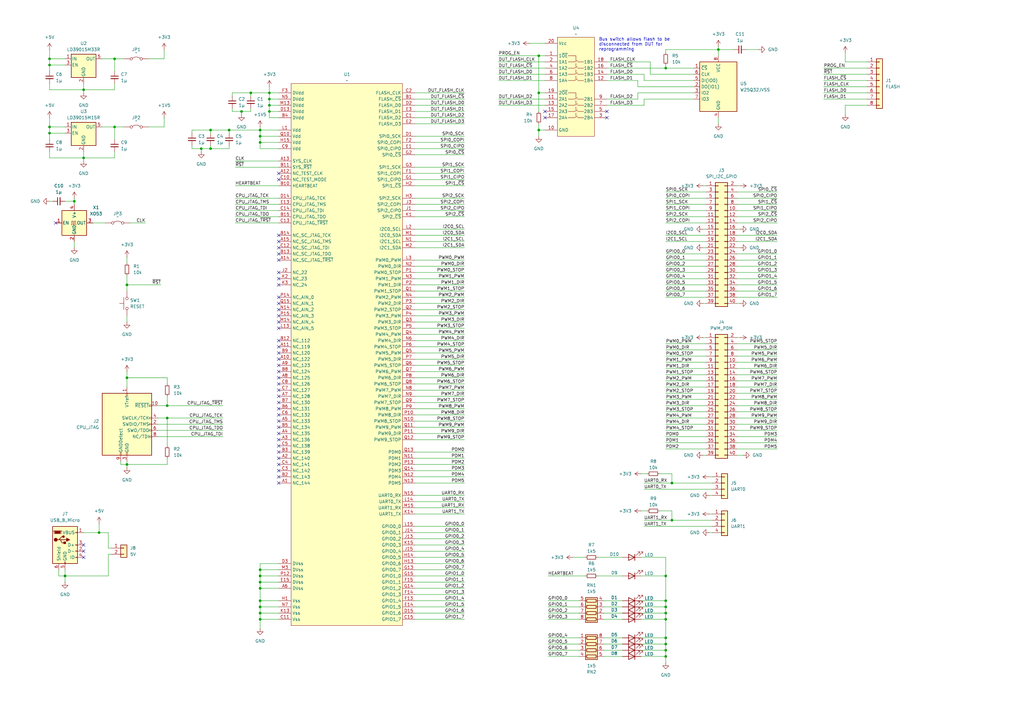
<source format=kicad_sch>
(kicad_sch (version 20231120) (generator "eeschema") (generator_version "8.0")
  (paper "A3")
  (junction (at 273.05 27.94))
  (junction (at 34.29 64.77))
  (junction (at 46.99 24.13))
  (junction (at 106.68 55.88))
  (junction (at 68.58 166.37))
  (junction (at 273.05 236.22))
  (junction (at 26.67 236.22))
  (junction (at 106.68 251.46))
  (junction (at 220.98 38.1))
  (junction (at 82.55 60.96))
  (junction (at 106.68 58.42))
  (junction (at 273.05 261.62))
  (junction (at 110.49 38.1))
  (junction (at 106.68 233.68))
  (junction (at 52.07 190.5))
  (junction (at 275.59 213.36))
  (junction (at 273.05 248.92))
  (junction (at 220.98 53.34))
  (junction (at 220.98 22.86))
  (junction (at 273.05 264.16))
  (junction (at 93.98 53.34))
  (junction (at 273.05 246.38))
  (junction (at 275.59 198.12))
  (junction (at 20.32 52.07))
  (junction (at 34.29 36.83))
  (junction (at 86.36 53.34))
  (junction (at 273.05 269.24))
  (junction (at 294.64 20.32))
  (junction (at 106.68 238.76))
  (junction (at 273.05 266.7))
  (junction (at 46.99 52.07))
  (junction (at 68.58 171.45))
  (junction (at 273.05 251.46))
  (junction (at 99.06 45.72))
  (junction (at 106.68 53.34))
  (junction (at 106.68 236.22))
  (junction (at 110.49 43.18))
  (junction (at 86.36 60.96))
  (junction (at 20.32 24.13))
  (junction (at 52.07 154.94))
  (junction (at 273.05 254))
  (junction (at 106.68 248.92))
  (junction (at 110.49 45.72))
  (junction (at 106.68 254))
  (junction (at 30.48 82.55))
  (junction (at 40.64 218.44))
  (junction (at 20.32 54.61))
  (junction (at 110.49 40.64))
  (junction (at 20.32 26.67))
  (junction (at 106.68 241.3))
  (junction (at 106.68 246.38))
  (junction (at 52.07 116.84))
  (junction (at 102.87 38.1))
  (no_connect (at 114.3 160.02))
  (no_connect (at 114.3 180.34))
  (no_connect (at 114.3 187.96))
  (no_connect (at 114.3 134.62))
  (no_connect (at 114.3 172.72))
  (no_connect (at 114.3 73.66))
  (no_connect (at 114.3 175.26))
  (no_connect (at 114.3 162.56))
  (no_connect (at 223.52 45.72))
  (no_connect (at 114.3 177.8))
  (no_connect (at 22.86 91.44))
  (no_connect (at 114.3 106.68))
  (no_connect (at 114.3 129.54))
  (no_connect (at 34.29 223.52))
  (no_connect (at 114.3 170.18))
  (no_connect (at 114.3 157.48))
  (no_connect (at 114.3 71.12))
  (no_connect (at 114.3 193.04))
  (no_connect (at 114.3 132.08))
  (no_connect (at 114.3 114.3))
  (no_connect (at 34.29 228.6))
  (no_connect (at 114.3 190.5))
  (no_connect (at 114.3 99.06))
  (no_connect (at 114.3 96.52))
  (no_connect (at 114.3 165.1))
  (no_connect (at 114.3 144.78))
  (no_connect (at 114.3 185.42))
  (no_connect (at 114.3 142.24))
  (no_connect (at 114.3 182.88))
  (no_connect (at 114.3 195.58))
  (no_connect (at 114.3 124.46))
  (no_connect (at 114.3 116.84))
  (no_connect (at 114.3 101.6))
  (no_connect (at 114.3 147.32))
  (no_connect (at 114.3 152.4))
  (no_connect (at 114.3 149.86))
  (no_connect (at 114.3 121.92))
  (no_connect (at 114.3 127))
  (no_connect (at 248.92 48.26))
  (no_connect (at 114.3 139.7))
  (no_connect (at 114.3 154.94))
  (no_connect (at 114.3 198.12))
  (no_connect (at 248.92 45.72))
  (no_connect (at 223.52 48.26))
  (no_connect (at 114.3 167.64))
  (no_connect (at 114.3 104.14))
  (no_connect (at 114.3 111.76))
  (no_connect (at 34.29 226.06))
  (wire (pts (xy 78.74 53.34) (xy 78.74 54.61)))
  (wire (pts (xy 302.26 161.29) (xy 318.77 161.29)))
  (wire (pts (xy 106.68 238.76) (xy 106.68 236.22)))
  (wire (pts (xy 224.79 266.7) (xy 237.49 266.7)))
  (wire (pts (xy 170.18 93.98) (xy 190.5 93.98)))
  (wire (pts (xy 96.52 68.58) (xy 114.3 68.58)))
  (wire (pts (xy 68.58 162.56) (xy 68.58 166.37)))
  (wire (pts (xy 20.32 48.26) (xy 20.32 52.07)))
  (wire (pts (xy 106.68 55.88) (xy 106.68 53.34)))
  (wire (pts (xy 273.05 161.29) (xy 289.56 161.29)))
  (wire (pts (xy 270.51 194.31) (xy 275.59 194.31)))
  (wire (pts (xy 24.13 236.22) (xy 24.13 233.68)))
  (wire (pts (xy 67.31 20.32) (xy 67.31 24.13)))
  (wire (pts (xy 170.18 160.02) (xy 190.5 160.02)))
  (wire (pts (xy 170.18 175.26) (xy 190.5 175.26)))
  (wire (pts (xy 93.98 53.34) (xy 106.68 53.34)))
  (wire (pts (xy 170.18 162.56) (xy 190.5 162.56)))
  (wire (pts (xy 262.89 254) (xy 273.05 254)))
  (wire (pts (xy 204.47 25.4) (xy 223.52 25.4)))
  (wire (pts (xy 262.89 209.55) (xy 265.43 209.55)))
  (wire (pts (xy 262.89 261.62) (xy 273.05 261.62)))
  (wire (pts (xy 170.18 99.06) (xy 190.5 99.06)))
  (wire (pts (xy 264.16 43.18) (xy 248.92 43.18)))
  (wire (pts (xy 96.52 88.9) (xy 114.3 88.9)))
  (wire (pts (xy 44.45 236.22) (xy 26.67 236.22)))
  (wire (pts (xy 247.65 254) (xy 255.27 254)))
  (wire (pts (xy 273.05 156.21) (xy 289.56 156.21)))
  (wire (pts (xy 290.83 218.44) (xy 292.1 218.44)))
  (wire (pts (xy 247.65 261.62) (xy 255.27 261.62)))
  (wire (pts (xy 110.49 40.64) (xy 110.49 38.1)))
  (wire (pts (xy 170.18 205.74) (xy 190.5 205.74)))
  (wire (pts (xy 337.82 27.94) (xy 355.6 27.94)))
  (wire (pts (xy 170.18 215.9) (xy 190.5 215.9)))
  (wire (pts (xy 204.47 33.02) (xy 223.52 33.02)))
  (wire (pts (xy 288.29 93.98) (xy 289.56 93.98)))
  (wire (pts (xy 26.67 236.22) (xy 26.67 238.76)))
  (wire (pts (xy 170.18 109.22) (xy 190.5 109.22)))
  (wire (pts (xy 247.65 266.7) (xy 255.27 266.7)))
  (wire (pts (xy 273.05 246.38) (xy 273.05 248.92)))
  (wire (pts (xy 170.18 180.34) (xy 190.5 180.34)))
  (wire (pts (xy 262.89 251.46) (xy 273.05 251.46)))
  (wire (pts (xy 170.18 208.28) (xy 190.5 208.28)))
  (wire (pts (xy 273.05 176.53) (xy 289.56 176.53)))
  (wire (pts (xy 52.07 116.84) (xy 66.04 116.84)))
  (wire (pts (xy 110.49 43.18) (xy 110.49 40.64)))
  (wire (pts (xy 273.05 153.67) (xy 289.56 153.67)))
  (wire (pts (xy 224.79 264.16) (xy 237.49 264.16)))
  (wire (pts (xy 34.29 36.83) (xy 34.29 38.1)))
  (wire (pts (xy 245.11 236.22) (xy 255.27 236.22)))
  (wire (pts (xy 52.07 105.41) (xy 52.07 107.95)))
  (wire (pts (xy 110.49 48.26) (xy 110.49 45.72)))
  (wire (pts (xy 170.18 114.3) (xy 190.5 114.3)))
  (wire (pts (xy 170.18 73.66) (xy 190.5 73.66)))
  (wire (pts (xy 290.83 195.58) (xy 292.1 195.58)))
  (wire (pts (xy 170.18 246.38) (xy 190.5 246.38)))
  (wire (pts (xy 302.26 116.84) (xy 318.77 116.84)))
  (wire (pts (xy 264.16 213.36) (xy 275.59 213.36)))
  (wire (pts (xy 264.16 30.48) (xy 264.16 33.02)))
  (wire (pts (xy 34.29 34.29) (xy 34.29 36.83)))
  (wire (pts (xy 20.32 52.07) (xy 26.67 52.07)))
  (wire (pts (xy 170.18 40.64) (xy 190.5 40.64)))
  (wire (pts (xy 273.05 104.14) (xy 289.56 104.14)))
  (wire (pts (xy 270.51 209.55) (xy 275.59 209.55)))
  (wire (pts (xy 170.18 45.72) (xy 190.5 45.72)))
  (wire (pts (xy 170.18 195.58) (xy 190.5 195.58)))
  (wire (pts (xy 264.16 33.02) (xy 284.48 33.02)))
  (wire (pts (xy 220.98 38.1) (xy 220.98 45.72)))
  (wire (pts (xy 302.26 109.22) (xy 318.77 109.22)))
  (wire (pts (xy 78.74 53.34) (xy 86.36 53.34)))
  (wire (pts (xy 64.77 171.45) (xy 68.58 171.45)))
  (wire (pts (xy 110.49 43.18) (xy 114.3 43.18)))
  (wire (pts (xy 170.18 220.98) (xy 190.5 220.98)))
  (wire (pts (xy 262.89 266.7) (xy 273.05 266.7)))
  (wire (pts (xy 273.05 166.37) (xy 289.56 166.37)))
  (wire (pts (xy 46.99 29.21) (xy 46.99 24.13)))
  (wire (pts (xy 306.07 20.32) (xy 311.15 20.32)))
  (wire (pts (xy 26.67 26.67) (xy 20.32 26.67)))
  (wire (pts (xy 106.68 246.38) (xy 106.68 241.3)))
  (wire (pts (xy 64.77 176.53) (xy 91.44 176.53)))
  (wire (pts (xy 346.71 46.99) (xy 346.71 43.18)))
  (wire (pts (xy 106.68 246.38) (xy 114.3 246.38)))
  (wire (pts (xy 20.32 34.29) (xy 20.32 36.83)))
  (wire (pts (xy 273.05 88.9) (xy 289.56 88.9)))
  (wire (pts (xy 46.99 64.77) (xy 34.29 64.77)))
  (wire (pts (xy 248.92 27.94) (xy 273.05 27.94)))
  (wire (pts (xy 46.99 52.07) (xy 50.8 52.07)))
  (wire (pts (xy 273.05 83.82) (xy 289.56 83.82)))
  (wire (pts (xy 106.68 58.42) (xy 106.68 55.88)))
  (wire (pts (xy 20.32 62.23) (xy 20.32 64.77)))
  (wire (pts (xy 273.05 78.74) (xy 289.56 78.74)))
  (wire (pts (xy 96.52 66.04) (xy 114.3 66.04)))
  (wire (pts (xy 273.05 26.67) (xy 273.05 27.94)))
  (wire (pts (xy 110.49 45.72) (xy 114.3 45.72)))
  (wire (pts (xy 96.52 76.2) (xy 114.3 76.2)))
  (wire (pts (xy 170.18 167.64) (xy 190.5 167.64)))
  (wire (pts (xy 67.31 24.13) (xy 60.96 24.13)))
  (wire (pts (xy 46.99 57.15) (xy 46.99 52.07)))
  (wire (pts (xy 52.07 189.23) (xy 52.07 190.5)))
  (wire (pts (xy 106.68 254) (xy 106.68 251.46)))
  (wire (pts (xy 302.26 163.83) (xy 318.77 163.83)))
  (wire (pts (xy 86.36 59.69) (xy 86.36 60.96)))
  (wire (pts (xy 170.18 121.92) (xy 190.5 121.92)))
  (wire (pts (xy 224.79 246.38) (xy 237.49 246.38)))
  (wire (pts (xy 106.68 233.68) (xy 106.68 231.14)))
  (wire (pts (xy 302.26 83.82) (xy 318.77 83.82)))
  (wire (pts (xy 46.99 24.13) (xy 50.8 24.13)))
  (wire (pts (xy 302.26 168.91) (xy 318.77 168.91)))
  (wire (pts (xy 273.05 248.92) (xy 273.05 251.46)))
  (wire (pts (xy 106.68 254) (xy 114.3 254)))
  (wire (pts (xy 247.65 248.92) (xy 255.27 248.92)))
  (wire (pts (xy 273.05 86.36) (xy 289.56 86.36)))
  (wire (pts (xy 261.62 38.1) (xy 284.48 38.1)))
  (wire (pts (xy 273.05 151.13) (xy 289.56 151.13)))
  (wire (pts (xy 170.18 165.1) (xy 190.5 165.1)))
  (wire (pts (xy 170.18 58.42) (xy 190.5 58.42)))
  (wire (pts (xy 170.18 38.1) (xy 190.5 38.1)))
  (wire (pts (xy 170.18 243.84) (xy 190.5 243.84)))
  (wire (pts (xy 337.82 35.56) (xy 355.6 35.56)))
  (wire (pts (xy 273.05 261.62) (xy 273.05 264.16)))
  (wire (pts (xy 273.05 116.84) (xy 289.56 116.84)))
  (wire (pts (xy 102.87 38.1) (xy 110.49 38.1)))
  (wire (pts (xy 170.18 187.96) (xy 190.5 187.96)))
  (wire (pts (xy 68.58 171.45) (xy 91.44 171.45)))
  (wire (pts (xy 26.67 82.55) (xy 30.48 82.55)))
  (wire (pts (xy 273.05 266.7) (xy 273.05 269.24)))
  (wire (pts (xy 294.64 20.32) (xy 300.99 20.32)))
  (wire (pts (xy 220.98 53.34) (xy 220.98 55.88)))
  (wire (pts (xy 170.18 193.04) (xy 190.5 193.04)))
  (wire (pts (xy 95.25 38.1) (xy 95.25 39.37)))
  (wire (pts (xy 106.68 52.07) (xy 106.68 53.34)))
  (wire (pts (xy 170.18 157.48) (xy 190.5 157.48)))
  (wire (pts (xy 273.05 251.46) (xy 273.05 254)))
  (wire (pts (xy 114.3 58.42) (xy 106.68 58.42)))
  (wire (pts (xy 20.32 26.67) (xy 20.32 24.13)))
  (wire (pts (xy 26.67 233.68) (xy 26.67 236.22)))
  (wire (pts (xy 170.18 248.92) (xy 190.5 248.92)))
  (wire (pts (xy 170.18 177.8) (xy 190.5 177.8)))
  (wire (pts (xy 247.65 269.24) (xy 255.27 269.24)))
  (wire (pts (xy 170.18 50.8) (xy 190.5 50.8)))
  (wire (pts (xy 220.98 22.86) (xy 220.98 38.1)))
  (wire (pts (xy 170.18 185.42) (xy 190.5 185.42)))
  (wire (pts (xy 302.26 166.37) (xy 318.77 166.37)))
  (wire (pts (xy 273.05 264.16) (xy 273.05 266.7)))
  (wire (pts (xy 44.45 227.33) (xy 44.45 236.22)))
  (wire (pts (xy 170.18 81.28) (xy 190.5 81.28)))
  (wire (pts (xy 20.32 82.55) (xy 21.59 82.55)))
  (wire (pts (xy 302.26 148.59) (xy 318.77 148.59)))
  (wire (pts (xy 302.26 171.45) (xy 318.77 171.45)))
  (wire (pts (xy 95.25 38.1) (xy 102.87 38.1)))
  (wire (pts (xy 170.18 223.52) (xy 190.5 223.52)))
  (wire (pts (xy 170.18 190.5) (xy 190.5 190.5)))
  (wire (pts (xy 170.18 241.3) (xy 190.5 241.3)))
  (wire (pts (xy 34.29 64.77) (xy 34.29 66.04)))
  (wire (pts (xy 46.99 52.07) (xy 41.91 52.07)))
  (wire (pts (xy 247.65 246.38) (xy 255.27 246.38)))
  (wire (pts (xy 170.18 71.12) (xy 190.5 71.12)))
  (wire (pts (xy 68.58 190.5) (xy 68.58 187.96)))
  (wire (pts (xy 170.18 116.84) (xy 190.5 116.84)))
  (wire (pts (xy 106.68 241.3) (xy 114.3 241.3)))
  (wire (pts (xy 170.18 43.18) (xy 190.5 43.18)))
  (wire (pts (xy 273.05 148.59) (xy 289.56 148.59)))
  (wire (pts (xy 262.89 269.24) (xy 273.05 269.24)))
  (wire (pts (xy 170.18 210.82) (xy 190.5 210.82)))
  (wire (pts (xy 20.32 26.67) (xy 20.32 29.21)))
  (wire (pts (xy 34.29 218.44) (xy 40.64 218.44)))
  (wire (pts (xy 302.26 138.43) (xy 303.53 138.43)))
  (wire (pts (xy 102.87 44.45) (xy 102.87 45.72)))
  (wire (pts (xy 46.99 36.83) (xy 34.29 36.83)))
  (wire (pts (xy 95.25 45.72) (xy 95.25 44.45)))
  (wire (pts (xy 273.05 121.92) (xy 289.56 121.92)))
  (wire (pts (xy 264.16 40.64) (xy 264.16 43.18)))
  (wire (pts (xy 266.7 25.4) (xy 248.92 25.4)))
  (wire (pts (xy 96.52 86.36) (xy 114.3 86.36)))
  (wire (pts (xy 302.26 173.99) (xy 318.77 173.99)))
  (wire (pts (xy 67.31 52.07) (xy 60.96 52.07)))
  (wire (pts (xy 220.98 38.1) (xy 223.52 38.1)))
  (wire (pts (xy 44.45 218.44) (xy 40.64 218.44)))
  (wire (pts (xy 78.74 60.96) (xy 78.74 59.69)))
  (wire (pts (xy 45.72 227.33) (xy 44.45 227.33)))
  (wire (pts (xy 20.32 36.83) (xy 34.29 36.83)))
  (wire (pts (xy 96.52 81.28) (xy 114.3 81.28)))
  (wire (pts (xy 170.18 76.2) (xy 190.5 76.2)))
  (wire (pts (xy 53.34 91.44) (xy 59.69 91.44)))
  (wire (pts (xy 290.83 210.82) (xy 292.1 210.82)))
  (wire (pts (xy 275.59 194.31) (xy 275.59 198.12)))
  (wire (pts (xy 45.72 224.79) (xy 44.45 224.79)))
  (wire (pts (xy 273.05 99.06) (xy 289.56 99.06)))
  (wire (pts (xy 64.77 166.37) (xy 68.58 166.37)))
  (wire (pts (xy 247.65 251.46) (xy 255.27 251.46)))
  (wire (pts (xy 170.18 142.24) (xy 190.5 142.24)))
  (wire (pts (xy 106.68 251.46) (xy 106.68 248.92)))
  (wire (pts (xy 224.79 261.62) (xy 237.49 261.62)))
  (wire (pts (xy 262.89 248.92) (xy 273.05 248.92)))
  (wire (pts (xy 302.26 119.38) (xy 318.77 119.38)))
  (wire (pts (xy 106.68 257.81) (xy 106.68 254)))
  (wire (pts (xy 20.32 54.61) (xy 20.32 52.07)))
  (wire (pts (xy 106.68 236.22) (xy 106.68 233.68)))
  (wire (pts (xy 302.26 93.98) (xy 303.53 93.98)))
  (wire (pts (xy 170.18 106.68) (xy 190.5 106.68)))
  (wire (pts (xy 82.55 62.23) (xy 82.55 60.96)))
  (wire (pts (xy 93.98 53.34) (xy 93.98 54.61)))
  (wire (pts (xy 220.98 53.34) (xy 223.52 53.34)))
  (wire (pts (xy 170.18 226.06) (xy 190.5 226.06)))
  (wire (pts (xy 273.05 269.24) (xy 273.05 271.78)))
  (wire (pts (xy 273.05 27.94) (xy 284.48 27.94)))
  (wire (pts (xy 273.05 106.68) (xy 289.56 106.68)))
  (wire (pts (xy 273.05 21.59) (xy 273.05 20.32)))
  (wire (pts (xy 302.26 99.06) (xy 318.77 99.06)))
  (wire (pts (xy 170.18 68.58) (xy 190.5 68.58)))
  (wire (pts (xy 264.16 215.9) (xy 292.1 215.9)))
  (wire (pts (xy 275.59 198.12) (xy 292.1 198.12)))
  (wire (pts (xy 68.58 171.45) (xy 68.58 182.88)))
  (wire (pts (xy 288.29 101.6) (xy 289.56 101.6)))
  (wire (pts (xy 302.26 106.68) (xy 318.77 106.68)))
  (wire (pts (xy 106.68 236.22) (xy 114.3 236.22)))
  (wire (pts (xy 170.18 154.94) (xy 190.5 154.94)))
  (wire (pts (xy 30.48 82.55) (xy 30.48 83.82)))
  (wire (pts (xy 110.49 38.1) (xy 114.3 38.1)))
  (wire (pts (xy 106.68 58.42) (xy 106.68 60.96)))
  (wire (pts (xy 302.26 121.92) (xy 318.77 121.92)))
  (wire (pts (xy 337.82 33.02) (xy 355.6 33.02)))
  (wire (pts (xy 302.26 111.76) (xy 318.77 111.76)))
  (wire (pts (xy 261.62 33.02) (xy 248.92 33.02)))
  (wire (pts (xy 170.18 137.16) (xy 190.5 137.16)))
  (wire (pts (xy 223.52 22.86) (xy 220.98 22.86)))
  (wire (pts (xy 30.48 101.6) (xy 30.48 99.06)))
  (wire (pts (xy 93.98 59.69) (xy 93.98 60.96)))
  (wire (pts (xy 262.89 228.6) (xy 273.05 228.6)))
  (wire (pts (xy 68.58 154.94) (xy 68.58 157.48)))
  (wire (pts (xy 96.52 83.82) (xy 114.3 83.82)))
  (wire (pts (xy 302.26 140.97) (xy 318.77 140.97)))
  (wire (pts (xy 302.26 151.13) (xy 318.77 151.13)))
  (wire (pts (xy 64.77 179.07) (xy 91.44 179.07)))
  (wire (pts (xy 262.89 194.31) (xy 265.43 194.31)))
  (wire (pts (xy 170.18 48.26) (xy 190.5 48.26)))
  (wire (pts (xy 302.26 101.6) (xy 303.53 101.6)))
  (wire (pts (xy 114.3 48.26) (xy 110.49 48.26)))
  (wire (pts (xy 273.05 146.05) (xy 289.56 146.05)))
  (wire (pts (xy 52.07 154.94) (xy 68.58 154.94)))
  (wire (pts (xy 52.07 154.94) (xy 52.07 158.75)))
  (wire (pts (xy 52.07 152.4) (xy 52.07 154.94)))
  (wire (pts (xy 64.77 173.99) (xy 91.44 173.99)))
  (wire (pts (xy 290.83 203.2) (xy 292.1 203.2)))
  (wire (pts (xy 247.65 264.16) (xy 255.27 264.16)))
  (wire (pts (xy 302.26 91.44) (xy 318.77 91.44)))
  (wire (pts (xy 294.64 20.32) (xy 294.64 22.86)))
  (wire (pts (xy 273.05 158.75) (xy 289.56 158.75)))
  (wire (pts (xy 273.05 254) (xy 273.05 261.62)))
  (wire (pts (xy 99.06 46.99) (xy 99.06 45.72)))
  (wire (pts (xy 273.05 111.76) (xy 289.56 111.76)))
  (wire (pts (xy 46.99 62.23) (xy 46.99 64.77)))
  (wire (pts (xy 273.05 140.97) (xy 289.56 140.97)))
  (wire (pts (xy 170.18 149.86) (xy 190.5 149.86)))
  (wire (pts (xy 86.36 53.34) (xy 93.98 53.34)))
  (wire (pts (xy 106.68 53.34) (xy 114.3 53.34)))
  (wire (pts (xy 20.32 20.32) (xy 20.32 24.13)))
  (wire (pts (xy 302.26 158.75) (xy 318.77 158.75)))
  (wire (pts (xy 170.18 60.96) (xy 190.5 60.96)))
  (wire (pts (xy 204.47 30.48) (xy 223.52 30.48)))
  (wire (pts (xy 170.18 129.54) (xy 190.5 129.54)))
  (wire (pts (xy 102.87 39.37) (xy 102.87 38.1)))
  (wire (pts (xy 170.18 251.46) (xy 190.5 251.46)))
  (wire (pts (xy 302.26 153.67) (xy 318.77 153.67)))
  (wire (pts (xy 273.05 20.32) (xy 294.64 20.32)))
  (wire (pts (xy 288.29 76.2) (xy 289.56 76.2)))
  (wire (pts (xy 114.3 55.88) (xy 106.68 55.88)))
  (wire (pts (xy 52.07 190.5) (xy 68.58 190.5)))
  (wire (pts (xy 302.26 104.14) (xy 318.77 104.14)))
  (wire (pts (xy 302.26 176.53) (xy 318.77 176.53)))
  (wire (pts (xy 110.49 38.1) (xy 110.49 35.56)))
  (wire (pts (xy 170.18 236.22) (xy 190.5 236.22)))
  (wire (pts (xy 302.26 156.21) (xy 318.77 156.21)))
  (wire (pts (xy 170.18 198.12) (xy 190.5 198.12)))
  (wire (pts (xy 170.18 228.6) (xy 190.5 228.6)))
  (wire (pts (xy 220.98 50.8) (xy 220.98 53.34)))
  (wire (pts (xy 273.05 81.28) (xy 289.56 81.28)))
  (wire (pts (xy 288.29 124.46) (xy 289.56 124.46)))
  (wire (pts (xy 52.07 113.03) (xy 52.07 116.84)))
  (wire (pts (xy 44.45 224.79) (xy 44.45 218.44)))
  (wire (pts (xy 38.1 91.44) (xy 43.18 91.44)))
  (wire (pts (xy 294.64 48.26) (xy 294.64 50.8)))
  (wire (pts (xy 34.29 62.23) (xy 34.29 64.77)))
  (wire (pts (xy 302.26 96.52) (xy 318.77 96.52)))
  (wire (pts (xy 273.05 184.15) (xy 289.56 184.15)))
  (wire (pts (xy 302.26 179.07) (xy 318.77 179.07)))
  (wire (pts (xy 170.18 254) (xy 190.5 254)))
  (wire (pts (xy 170.18 101.6) (xy 190.5 101.6)))
  (wire (pts (xy 20.32 24.13) (xy 26.67 24.13)))
  (wire (pts (xy 224.79 251.46) (xy 237.49 251.46)))
  (wire (pts (xy 245.11 228.6) (xy 255.27 228.6)))
  (wire (pts (xy 170.18 96.52) (xy 190.5 96.52)))
  (wire (pts (xy 302.26 88.9) (xy 318.77 88.9)))
  (wire (pts (xy 170.18 238.76) (xy 190.5 238.76)))
  (wire (pts (xy 262.89 246.38) (xy 273.05 246.38)))
  (wire (pts (xy 217.17 17.78) (xy 223.52 17.78)))
  (wire (pts (xy 273.05 119.38) (xy 289.56 119.38)))
  (wire (pts (xy 204.47 27.94) (xy 223.52 27.94)))
  (wire (pts (xy 273.05 179.07) (xy 289.56 179.07)))
  (wire (pts (xy 273.05 236.22) (xy 273.05 246.38)))
  (wire (pts (xy 337.82 40.64) (xy 355.6 40.64)))
  (wire (pts (xy 170.18 203.2) (xy 190.5 203.2)))
  (wire (pts (xy 30.48 81.28) (xy 30.48 82.55)))
  (wire (pts (xy 52.07 190.5) (xy 52.07 191.77)))
  (wire (pts (xy 170.18 172.72) (xy 190.5 172.72)))
  (wire (pts (xy 302.26 184.15) (xy 318.77 184.15)))
  (wire (pts (xy 273.05 114.3) (xy 289.56 114.3)))
  (wire (pts (xy 302.26 86.36) (xy 318.77 86.36)))
  (wire (pts (xy 170.18 83.82) (xy 190.5 83.82)))
  (wire (pts (xy 224.79 236.22) (xy 240.03 236.22)))
  (wire (pts (xy 248.92 40.64) (xy 261.62 40.64)))
  (wire (pts (xy 284.48 35.56) (xy 261.62 35.56)))
  (wire (pts (xy 204.47 40.64) (xy 223.52 40.64)))
  (wire (pts (xy 26.67 54.61) (xy 20.32 54.61)))
  (wire (pts (xy 170.18 86.36) (xy 190.5 86.36)))
  (wire (pts (xy 346.71 25.4) (xy 346.71 21.59)))
  (wire (pts (xy 224.79 248.92) (xy 237.49 248.92)))
  (wire (pts (xy 273.05 163.83) (xy 289.56 163.83)))
  (wire (pts (xy 170.18 134.62) (xy 190.5 134.62)))
  (wire (pts (xy 273.05 91.44) (xy 289.56 91.44)))
  (wire (pts (xy 20.32 54.61) (xy 20.32 57.15)))
  (wire (pts (xy 170.18 147.32) (xy 190.5 147.32)))
  (wire (pts (xy 302.26 186.69) (xy 304.8 186.69)))
  (wire (pts (xy 170.18 63.5) (xy 190.5 63.5)))
  (wire (pts (xy 110.49 45.72) (xy 110.49 43.18)))
  (wire (pts (xy 273.05 181.61) (xy 289.56 181.61)))
  (wire (pts (xy 337.82 30.48) (xy 355.6 30.48)))
  (wire (pts (xy 52.07 129.54) (xy 52.07 132.08)))
  (wire (pts (xy 275.59 213.36) (xy 292.1 213.36)))
  (wire (pts (xy 170.18 139.7) (xy 190.5 139.7)))
  (wire (pts (xy 288.29 186.69) (xy 289.56 186.69)))
  (wire (pts (xy 275.59 209.55) (xy 275.59 213.36)))
  (wire (pts (xy 346.71 43.18) (xy 355.6 43.18)))
  (wire (pts (xy 273.05 168.91) (xy 289.56 168.91)))
  (wire (pts (xy 68.58 166.37) (xy 91.44 166.37)))
  (wire (pts (xy 170.18 132.08) (xy 190.5 132.08)))
  (wire (pts (xy 170.18 233.68) (xy 190.5 233.68)))
  (wire (pts (xy 106.68 248.92) (xy 106.68 246.38)))
  (wire (pts (xy 273.05 171.45) (xy 289.56 171.45)))
  (wire (pts (xy 67.31 48.26) (xy 67.31 52.07)))
  (wire (pts (xy 170.18 231.14) (xy 190.5 231.14)))
  (wire (pts (xy 302.26 81.28) (xy 318.77 81.28)))
  (wire (pts (xy 302.26 78.74) (xy 318.77 78.74)))
  (wire (pts (xy 106.68 231.14) (xy 114.3 231.14)))
  (wire (pts (xy 302.26 181.61) (xy 318.77 181.61)))
  (wire (pts (xy 86.36 60.96) (xy 82.55 60.96)))
  (wire (pts (xy 106.68 241.3) (xy 106.68 238.76)))
  (wire (pts (xy 110.49 40.64) (xy 114.3 40.64)))
  (wire (pts (xy 273.05 173.99) (xy 289.56 173.99)))
  (wire (pts (xy 273.05 96.52) (xy 289.56 96.52)))
  (wire (pts (xy 302.26 124.46) (xy 303.53 124.46)))
  (wire (pts (xy 294.64 19.05) (xy 294.64 20.32)))
  (wire (pts (xy 234.95 228.6) (xy 240.03 228.6)))
  (wire (pts (xy 102.87 45.72) (xy 99.06 45.72)))
  (wire (pts (xy 204.47 43.18) (xy 223.52 43.18)))
  (wire (pts (xy 273.05 228.6) (xy 273.05 236.22)))
  (wire (pts (xy 302.26 146.05) (xy 318.77 146.05)))
  (wire (pts (xy 273.05 109.22) (xy 289.56 109.22)))
  (wire (pts (xy 288.29 138.43) (xy 289.56 138.43)))
  (wire (pts (xy 96.52 91.44) (xy 114.3 91.44)))
  (wire (pts (xy 170.18 127) (xy 190.5 127)))
  (wire (pts (xy 106.68 248.92) (xy 114.3 248.92)))
  (wire (pts (xy 284.48 40.64) (xy 264.16 40.64)))
  (wire (pts (xy 224.79 269.24) (xy 237.49 269.24)))
  (wire (pts (xy 82.55 60.96) (xy 78.74 60.96)))
  (wire (pts (xy 273.05 143.51) (xy 289.56 143.51)))
  (wire (pts (xy 170.18 55.88) (xy 190.5 55.88)))
  (wire (pts (xy 24.13 236.22) (xy 26.67 236.22)))
  (wire (pts (xy 170.18 111.76) (xy 190.5 111.76)))
  (wire (pts (xy 106.68 233.68) (xy 114.3 233.68)))
  (wire (pts (xy 262.89 264.16) (xy 273.05 264.16)))
  (wire (pts (xy 170.18 170.18) (xy 190.5 170.18)))
  (wire (pts (xy 46.99 34.29) (xy 46.99 36.83)))
  (wire (pts (xy 248.92 30.48) (xy 264.16 30.48)))
  (wire (pts (xy 40.64 218.44) (xy 40.64 214.63)))
  (wire (pts (xy 52.07 190.5) (xy 49.53 190.5)))
  (wire (pts (xy 46.99 24.13) (xy 41.91 24.13)))
  (wire (pts (xy 337.82 38.1) (xy 355.6 38.1)))
  (wire (pts (xy 261.62 40.64) (xy 261.62 38.1)))
  (wire (pts (xy 20.32 64.77) (xy 34.29 64.77)))
  (wire (pts (xy 224.79 254) (xy 237.49 254)))
  (wire (pts (xy 262.89 236.22) (xy 273.05 236.22)))
  (wire (pts (xy 170.18 144.78) (xy 190.5 144.78)))
  (wire (pts (xy 204.47 22.86) (xy 220.98 22.86)))
  (wire (pts (xy 93.98 60.96) (xy 86.36 60.96)))
  (wire (pts (xy 106.68 60.96) (xy 114.3 60.96)))
  (wire (pts (xy 99.06 45.72) (xy 95.25 45.72)))
  (wire (pts (xy 52.07 116.84) (xy 52.07 119.38)))
  (wire (pts (xy 170.18 119.38) (xy 190.5 119.38)))
  (wire (pts (xy 266.7 30.48) (xy 266.7 25.4)))
  (wire (pts (xy 106.68 251.46) (xy 114.3 251.46)))
  (wire (pts (xy 106.68 238.76) (xy 114.3 238.76)))
  (wire (pts (xy 302.26 76.2) (xy 303.53 76.2)))
  (wire (pts (xy 355.6 25.4) (xy 346.71 25.4)))
  (wire (pts (xy 170.18 124.46) (xy 190.5 124.46)))
  (wire (pts (xy 264.16 200.66) (xy 292.1 200.66)))
  (wire (pts (xy 302.26 114.3) (xy 318.77 114.3)))
  (wire (pts (xy 284.48 30.48) (xy 266.7 30.48)))
  (wire (pts (xy 302.26 143.51) (xy 318.77 143.51)))
  (wire (pts (xy 86.36 54.61) (xy 86.36 53.34)))
  (wire (pts (xy 170.18 218.44) (xy 190.5 218.44)))
  (wire (pts (xy 170.18 88.9) (xy 190.5 88.9)))
  (wire (pts (xy 49.53 190.5) (xy 49.53 189.23)))
  (wire (pts (xy 261.62 35.56) (xy 261.62 33.02)))
  (wire (pts (xy 170.18 152.4) (xy 190.5 152.4)))
  (wire (pts (xy 264.16 198.12) (xy 275.59 198.12)))
  (text "Bus switch allows flash to be\ndisconnected from DUT for\nreprogramming" (at 245.618 18.288 0) (effects (font (size 1.27 1.27)) (justify left)))
  (label "PWM6_DIR" (at 190.5 154.94 180))
  (label "PDM4" (at 318.77 181.61 180))
  (label "GPIO1_3" (at 318.77 111.76 180))
  (label "I2C0_SCL" (at 190.5 93.98 180))
  (label "PWM5_STOP" (at 318.77 140.97 180))
  (label "PWM5_PWM" (at 318.77 146.05 180))
  (label "PWM6_STOP" (at 190.5 157.48 180))
  (label "SPI0_CIPO" (at 190.5 60.96 180))
  (label "FLASH_CLK" (at 250.19 25.4 0))
  (label "PDM4" (at 190.5 195.58 180))
  (label "GPIO1_0" (at 318.77 104.14 180))
  (label "PWM1_STOP" (at 190.5 119.38 180))
  (label "PDM5" (at 190.5 198.12 180))
  (label "UART1_TX" (at 190.5 210.82 180))
  (label "PWM2_STOP" (at 273.05 161.29 0))
  (label "SPI1_~{CS}" (at 190.5 76.2 180))
  (label "UART0_RX" (at 190.5 203.2 180))
  (label "GPIO1_5" (at 318.77 116.84 180))
  (label "GPIO0_5" (at 224.79 264.16 0))
  (label "FLASH_D2" (at 250.19 40.64 0))
  (label "PWM6_PWM" (at 318.77 148.59 180))
  (label "PWM1_DIR" (at 273.05 151.13 0))
  (label "PWM3_STOP" (at 273.05 168.91 0))
  (label "PWM4_DIR" (at 273.05 173.99 0))
  (label "PWM1_PWM" (at 273.05 148.59 0))
  (label "CPU_JTAG_~{TRST}" (at 96.52 91.44 0))
  (label "PWM2_DIR" (at 273.05 158.75 0))
  (label "DUT_FLASH_D1" (at 204.47 33.02 0))
  (label "PWM4_DIR" (at 190.5 139.7 180))
  (label "I2C1_SDA" (at 318.77 99.06 180))
  (label "GPIO1_0" (at 190.5 236.22 180))
  (label "PWM0_STOP" (at 190.5 111.76 180))
  (label "PWM5_DIR" (at 318.77 143.51 180))
  (label "PWM3_DIR" (at 273.05 166.37 0))
  (label "FLASH_CLK" (at 337.82 35.56 0))
  (label "PDM3" (at 190.5 193.04 180))
  (label "GPIO0_6" (at 273.05 119.38 0))
  (label "PWM7_PWM" (at 318.77 156.21 180))
  (label "DUT_FLASH_D0" (at 204.47 30.48 0))
  (label "CPU_JTAG_TCK" (at 91.44 171.45 180))
  (label "GPIO0_0" (at 190.5 215.9 180))
  (label "GPIO0_6" (at 190.5 231.14 180))
  (label "SPI1_COPI" (at 273.05 86.36 0))
  (label "GPIO1_3" (at 190.5 243.84 180))
  (label "GPIO0_6" (at 224.79 266.7 0))
  (label "UART1_RX" (at 190.5 208.28 180))
  (label "CPU_JTAG_TMS" (at 96.52 83.82 0))
  (label "PROG_EN" (at 204.47 22.86 0))
  (label "PROG_EN" (at 337.82 27.94 0))
  (label "GPIO1_5" (at 190.5 248.92 180))
  (label "PWM8_DIR" (at 190.5 170.18 180))
  (label "GPIO0_2" (at 224.79 251.46 0))
  (label "~{RST}" (at 96.52 68.58 0))
  (label "I2C0_SDA" (at 318.77 96.52 180))
  (label "DUT_FLASH_~{CS}" (at 204.47 27.94 0))
  (label "GPIO0_2" (at 190.5 220.98 180))
  (label "FLASH_~{CS}" (at 250.19 27.94 0))
  (label "FLASH_D3" (at 250.19 43.18 0))
  (label "PWM4_PWM" (at 273.05 171.45 0))
  (label "PWM8_PWM" (at 190.5 167.64 180))
  (label "SPI0_CIPO" (at 318.77 81.28 180))
  (label "SPI0_~{CS}" (at 318.77 78.74 180))
  (label "PWM5_DIR" (at 190.5 147.32 180))
  (label "PDM5" (at 318.77 184.15 180))
  (label "PWM0_DIR" (at 273.05 143.51 0))
  (label "I2C1_SCL" (at 190.5 99.06 180))
  (label "CPU_JTAG_TMS" (at 91.44 173.99 180))
  (label "GPIO1_1" (at 318.77 106.68 180))
  (label "SPI0_SCK" (at 190.5 55.88 180))
  (label "PWM9_STOP" (at 190.5 180.34 180))
  (label "SPI2_SCK" (at 273.05 88.9 0))
  (label "I2C0_SCL" (at 273.05 96.52 0))
  (label "I2C1_SDA" (at 190.5 101.6 180))
  (label "UART0_TX" (at 190.5 205.74 180))
  (label "~{RST}" (at 337.82 30.48 0))
  (label "SPI0_COPI" (at 190.5 58.42 180))
  (label "PWM1_PWM" (at 190.5 114.3 180))
  (label "PDM0" (at 190.5 185.42 180))
  (label "GPIO1_6" (at 318.77 119.38 180))
  (label "GPIO1_4" (at 318.77 114.3 180))
  (label "SPI2_COPI" (at 273.05 91.44 0))
  (label "PWM7_PWM" (at 190.5 160.02 180))
  (label "PWM9_PWM" (at 190.5 175.26 180))
  (label "PWM4_STOP" (at 190.5 142.24 180))
  (label "CPU_JTAG_TDI" (at 91.44 179.07 180))
  (label "SPI2_COPI" (at 190.5 83.82 180))
  (label "PWM5_STOP" (at 190.5 149.86 180))
  (label "GPIO0_7" (at 224.79 269.24 0))
  (label "SPI1_SCK" (at 190.5 68.58 180))
  (label "SPI1_~{CS}" (at 318.77 83.82 180))
  (label "GPIO1_6" (at 190.5 251.46 180))
  (label "SPI0_COPI" (at 273.05 81.28 0))
  (label "FLASH_D1" (at 337.82 40.64 0))
  (label "GPIO0_0" (at 273.05 104.14 0))
  (label "PWM9_DIR" (at 318.77 173.99 180))
  (label "GPIO0_1" (at 190.5 218.44 180))
  (label "PWM8_STOP" (at 190.5 172.72 180))
  (label "GPIO0_4" (at 273.05 114.3 0))
  (label "SPI2_~{CS}" (at 318.77 88.9 180))
  (label "GPIO1_7" (at 190.5 254 180))
  (label "FLASH_D1" (at 250.19 33.02 0))
  (label "PDM2" (at 190.5 190.5 180))
  (label "PWM8_PWM" (at 318.77 163.83 180))
  (label "I2C1_SCL" (at 273.05 99.06 0))
  (label "GPIO0_3" (at 190.5 223.52 180))
  (label "HEARTBEAT" (at 96.52 76.2 0))
  (label "PDM1" (at 273.05 181.61 0))
  (label "CPU_JTAG_TDI" (at 96.52 86.36 0))
  (label "SPI1_CIPO" (at 318.77 86.36 180))
  (label "GPIO0_3" (at 224.79 254 0))
  (label "CPU_JTAG_TDO" (at 91.44 176.53 180))
  (label "GPIO0_3" (at 273.05 111.76 0))
  (label "DUT_FLASH_D3" (at 190.5 50.8 180))
  (label "PDM0" (at 273.05 179.07 0))
  (label "GPIO0_5" (at 273.05 116.84 0))
  (label "SPI0_SCK" (at 273.05 78.74 0))
  (label "PWM8_STOP" (at 318.77 168.91 180))
  (label "SPI2_~{CS}" (at 190.5 88.9 180))
  (label "GPIO1_1" (at 190.5 238.76 180))
  (label "SPI2_SCK" (at 190.5 81.28 180))
  (label "PWM6_STOP" (at 318.77 153.67 180))
  (label "PWM7_DIR" (at 318.77 158.75 180))
  (label "SPI0_~{CS}" (at 190.5 63.5 180))
  (label "FLASH_D0" (at 250.19 30.48 0))
  (label "PWM0_DIR" (at 190.5 109.22 180))
  (label "SPI2_CIPO" (at 318.77 91.44 180))
  (label "SPI2_CIPO" (at 190.5 86.36 180))
  (label "UART1_TX" (at 264.16 215.9 0))
  (label "~{RST}" (at 66.04 116.84 180))
  (label "I2C0_SDA" (at 190.5 96.52 180))
  (label "PWM4_STOP" (at 273.05 176.53 0))
  (label "GPIO0_2" (at 273.05 109.22 0))
  (label "PWM0_STOP" (at 273.05 146.05 0))
  (label "PWM1_STOP" (at 273.05 153.67 0))
  (label "GPIO0_5" (at 190.5 228.6 180))
  (label "PWM7_DIR" (at 190.5 162.56 180))
  (label "HEARTBEAT" (at 224.79 236.22 0))
  (label "SPI1_CIPO" (at 190.5 73.66 180))
  (label "UART1_RX" (at 264.16 213.36 0))
  (label "PWM5_PWM" (at 190.5 144.78 180))
  (label "PDM3" (at 318.77 179.07 180))
  (label "PWM8_DIR" (at 318.77 166.37 180))
  (label "PWM2_PWM" (at 273.05 156.21 0))
  (label "CPU_JTAG_~{TRST}" (at 91.44 166.37 180))
  (label "DUT_FLASH_D3" (at 204.47 43.18 0))
  (label "PDM2" (at 273.05 184.15 0))
  (label "GPIO0_4" (at 190.5 226.06 180))
  (label "CLK" (at 59.69 91.44 180))
  (label "PWM3_PWM" (at 190.5 129.54 180))
  (label "FLASH_~{CS}" (at 337.82 33.02 0))
  (label "PWM7_STOP" (at 190.5 165.1 180))
  (label "DUT_FLASH_D2" (at 190.5 48.26 180))
  (label "PWM3_PWM" (at 273.05 163.83 0))
  (label "PDM1" (at 190.5 187.96 180))
  (label "PWM2_DIR" (at 190.5 124.46 180))
  (label "PWM0_PWM" (at 190.5 106.68 180))
  (label "PWM9_DIR" (at 190.5 177.8 180))
  (label "DUT_FLASH_D0" (at 190.5 43.18 180))
  (label "DUT_FLASH_D2" (at 204.47 40.64 0))
  (label "PWM6_PWM" (at 190.5 152.4 180))
  (label "GPIO0_1" (at 224.79 248.92 0))
  (label "PWM6_DIR" (at 318.77 151.13 180))
  (label "UART0_RX" (at 264.16 198.12 0))
  (label "FLASH_D0" (at 337.82 38.1 0))
  (label "GPIO1_4" (at 190.5 246.38 180))
  (label "GPIO0_4" (at 224.79 261.62 0))
  (label "GPIO1_7" (at 318.77 121.92 180))
  (label "GPIO0_0" (at 224.79 246.38 0))
  (label "GPIO1_2" (at 190.5 241.3 180))
  (label "GPIO0_1" (at 273.05 106.68 0))
  (label "PWM7_STOP" (at 318.77 161.29 180))
  (label "GPIO0_7" (at 190.5 233.68 180))
  (label "PWM3_STOP" (at 190.5 134.62 180))
  (label "PWM9_PWM" (at 318.77 171.45 180))
  (label "DUT_FLASH_D1" (at 190.5 45.72 180))
  (label "UART0_TX" (at 264.16 200.66 0))
  (label "CPU_JTAG_TDO" (at 96.52 88.9 0))
  (label "PWM3_DIR" (at 190.5 132.08 180))
  (label "DUT_FLASH_CLK" (at 204.47 25.4 0))
  (label "PWM4_PWM" (at 190.5 137.16 180))
  (label "DUT_FLASH_CLK" (at 190.5 38.1 180))
  (label "PWM2_STOP" (at 190.5 127 180))
  (label "CLK" (at 96.52 66.04 0))
  (label "GPIO0_7" (at 273.05 121.92 0))
  (label "PWM0_PWM" (at 273.05 140.97 0))
  (label "CPU_JTAG_TCK" (at 96.52 81.28 0))
  (label "SPI1_COPI" (at 190.5 71.12 180))
  (label "PWM2_PWM" (at 190.5 121.92 180))
  (label "PWM1_DIR" (at 190.5 116.84 180))
  (label "PWM9_STOP" (at 318.77 176.53 180))
  (label "SPI1_SCK" (at 273.05 83.82 0))
  (label "GPIO1_2" (at 318.77 109.22 180))
  (label "DUT_FLASH_~{CS}" (at 190.5 40.64 180))
  (symbol (lib_id "Switch:SW_Push") (at 52.07 124.46 90) (unit 1)
    (property "Reference" "SW1" (at 53.34 123.1899 90) (effects (justify right)))
    (property "Value" "RESET" (at 53.34 125.7299 90) (effects (justify right)))
    (property "Description" "Push button switch, generic, two pins" (effects (hide yes)))
  )
  (symbol (lib_id "power:GND") (at 52.07 191.77 0) (unit 1)
    (property "Reference" "#PWR018" (effects (hide yes)))
    (property "Value" "GND" (at 52.07 196.85 0))
    (property "Description" "Power symbol creates a global label with name \"GND\" , ground" (effects (hide yes)))
  )
  (symbol (lib_id "Oscillator:XO53") (at 30.48 91.44 0) (unit 1)
    (property "Reference" "X1" (at 39.37 85.1214 0))
    (property "Value" "XO53" (at 39.37 87.6614 0))
    (property "Footprint" "Oscillator:Oscillator_SMD_EuroQuartz_XO53-4Pin_5.0x3.2mm" (effects (hide yes)))
    (property "Datasheet" "http://cdn-reichelt.de/documents/datenblatt/B400/XO53.pdf" (effects (hide yes)))
    (property "Description" "Low Power Consumption Clock Oscillator" (effects (hide yes)))
  )
  (symbol (lib_id "Connector_Generic:Conn_01x04") (at 297.18 198.12 0) (unit 1)
    (property "Reference" "J5" (at 299.72 198.1199 0) (effects (justify left)))
    (property "Value" "UART0" (at 299.72 200.6599 0) (effects (justify left)))
    (property "Description" "Generic connector, single row, 01x04, script generated (kicad-library-utils/schlib/autogen/connector/)" (effects (hide yes)))
  )
  (symbol (lib_id "power:GND") (at 34.29 38.1 0) (unit 1)
    (property "Reference" "#PWR07" (effects (hide yes)))
    (property "Value" "GND" (at 34.29 43.18 0))
    (property "Description" "Power symbol creates a global label with name \"GND\" , ground" (effects (hide yes)))
  )
  (symbol (lib_id "power:GND") (at 304.8 186.69 90) (unit 1)
    (property "Reference" "#PWR035" (effects (hide yes)))
    (property "Value" "GND" (at 308.61 186.6899 90) (effects (justify right)))
    (property "Description" "Power symbol creates a global label with name \"GND\" , ground" (effects (hide yes)))
  )
  (symbol (lib_id "power:+3V3") (at 288.29 76.2 90) (unit 1)
    (property "Reference" "#PWR025" (effects (hide yes)))
    (property "Value" "+3V3" (at 284.48 76.1999 90) (effects (justify left)))
    (property "Description" "Power symbol creates a global label with name \"+3V3\"" (effects (hide yes)))
  )
  (symbol (lib_id "Connector_Generic:Conn_02x20_Odd_Even") (at 294.64 161.29 0) (unit 1)
    (property "Reference" "J4" (at 295.91 132.08 0))
    (property "Value" "PWM_PDM" (at 295.91 134.62 0))
    (property "Description" "Generic connector, double row, 02x20, odd/even pin numbering scheme (row 1 odd numbers, row 2 even numbers), script generated (kicad-library-utils/schlib/autogen/connector/)" (effects (hide yes)))
  )
  (symbol (lib_id "Device:C_Small") (at 93.98 57.15 0) (unit 1)
    (property "Reference" "C5" (at 96.52 55.8862 0) (effects (justify left)))
    (property "Value" "1µ" (at 96.52 58.4262 0) (effects (justify left)))
    (property "Description" "Unpolarized capacitor, small symbol" (effects (hide yes)))
  )
  (symbol (lib_id "Connector_Generic:Conn_02x20_Odd_Even") (at 294.64 99.06 0) (unit 1)
    (property "Reference" "J3" (at 295.91 69.85 0))
    (property "Value" "SPI_I2C_GPIO" (at 295.91 72.39 0))
    (property "Description" "Generic connector, double row, 02x20, odd/even pin numbering scheme (row 1 odd numbers, row 2 even numbers), script generated (kicad-library-utils/schlib/autogen/connector/)" (effects (hide yes)))
  )
  (symbol (lib_id "Device:C_Small") (at 20.32 31.75 0) (unit 1)
    (property "Reference" "C6" (at 22.86 30.4862 0) (effects (justify left)))
    (property "Value" "1µ" (at 22.86 33.0262 0) (effects (justify left)))
    (property "Description" "Unpolarized capacitor, small symbol" (effects (hide yes)))
  )
  (symbol (lib_id "Regulator_Linear:LD39015M33R") (at 34.29 26.67 0) (unit 1)
    (property "Reference" "U2" (at 34.29 17.78 0))
    (property "Value" "LD39015M33R" (at 34.29 20.32 0))
    (property "Footprint" "Package_TO_SOT_SMD:SOT-23-5" (effects (hide yes)))
    (property "Datasheet" "http://www.st.com/resource/en/datasheet/ld39015.pdf" (effects (hide yes)))
    (property "Description" "150mA low quiescent current low noise voltage regulator, Fixed Output 3.3V, SOT-23-5" (effects (hide yes)))
  )
  (symbol (lib_id "power:GND") (at 20.32 82.55 270) (unit 1)
    (property "Reference" "#PWR013" (effects (hide yes)))
    (property "Value" "GND" (at 16.51 82.5499 90) (effects (justify right)))
    (property "Description" "Power symbol creates a global label with name \"GND\" , ground" (effects (hide yes)))
  )
  (symbol (lib_id "power:GND") (at 34.29 66.04 0) (unit 1)
    (property "Reference" "#PWR010" (effects (hide yes)))
    (property "Value" "GND" (at 34.29 71.12 0))
    (property "Description" "Power symbol creates a global label with name \"GND\" , ground" (effects (hide yes)))
  )
  (symbol (lib_id "power:+3V3") (at 262.89 194.31 90) (unit 1)
    (property "Reference" "#PWR042" (effects (hide yes)))
    (property "Value" "+3V3" (at 259.08 194.3099 90) (effects (justify left)))
    (property "Description" "Power symbol creates a global label with name \"+3V3\"" (effects (hide yes)))
  )
  (symbol (lib_id "power:GND") (at 303.53 124.46 90) (unit 1)
    (property "Reference" "#PWR030" (effects (hide yes)))
    (property "Value" "GND" (at 307.34 124.4599 90) (effects (justify right)))
    (property "Description" "Power symbol creates a global label with name \"GND\" , ground" (effects (hide yes)))
  )
  (symbol (lib_id "Device:LED") (at 259.08 228.6 180) (unit 1)
    (property "Reference" "D10" (at 251.968 227.33 0))
    (property "Value" "LED" (at 266.192 227.584 0))
    (property "Description" "Light emitting diode" (effects (hide yes)))
  )
  (symbol (lib_id "Device:R_Pack04") (at 242.57 266.7 270) (unit 1)
    (property "Reference" "RN2" (at 242.57 275.59 90))
    (property "Value" "1k5" (at 242.57 273.05 90))
    (property "Description" "4 resistor network, parallel topology" (effects (hide yes)))
  )
  (symbol (lib_id "power:+3V3") (at 234.95 228.6 90) (unit 1)
    (property "Reference" "#PWR038" (effects (hide yes)))
    (property "Value" "+3V3" (at 231.14 228.5999 90) (effects (justify left)))
    (property "Description" "Power symbol creates a global label with name \"+3V3\"" (effects (hide yes)))
  )
  (symbol (lib_id "power:+3V3") (at 303.53 138.43 270) (unit 1)
    (property "Reference" "#PWR034" (effects (hide yes)))
    (property "Value" "+3V3" (at 307.34 138.4299 90) (effects (justify left)))
    (property "Description" "Power symbol creates a global label with name \"+3V3\"" (effects (hide yes)))
  )
  (symbol (lib_id "Device:R_Small") (at 242.57 236.22 90) (unit 1)
    (property "Reference" "R6" (at 242.57 231.14 90))
    (property "Value" "1k5" (at 242.57 233.68 90))
    (property "Description" "Resistor, small symbol" (effects (hide yes)))
  )
  (symbol (lib_id "power:+3V3") (at 294.64 19.05 0) (unit 1)
    (property "Reference" "#PWR021" (effects (hide yes)))
    (property "Value" "+3V3" (at 294.64 13.97 0))
    (property "Description" "Power symbol creates a global label with name \"+3V3\"" (effects (hide yes)))
  )
  (symbol (lib_id "Device:R_Small") (at 267.97 209.55 90) (unit 1)
    (property "Reference" "R9" (at 267.97 204.47 90))
    (property "Value" "10k" (at 267.97 207.01 90))
    (property "Description" "Resistor, small symbol" (effects (hide yes)))
  )
  (symbol (lib_id "power:GND") (at 294.64 50.8 0) (unit 1)
    (property "Reference" "#PWR022" (effects (hide yes)))
    (property "Value" "GND" (at 294.64 55.88 0))
    (property "Description" "Power symbol creates a global label with name \"GND\" , ground" (effects (hide yes)))
  )
  (symbol (lib_id "Connector_Generic:Conn_01x04") (at 297.18 213.36 0) (unit 1)
    (property "Reference" "J6" (at 299.72 213.3599 0) (effects (justify left)))
    (property "Value" "UART1" (at 299.72 215.8999 0) (effects (justify left)))
    (property "Description" "Generic connector, single row, 01x04, script generated (kicad-library-utils/schlib/autogen/connector/)" (effects (hide yes)))
  )
  (symbol (lib_id "power:GND") (at 311.15 20.32 90) (unit 1)
    (property "Reference" "#PWR041" (effects (hide yes)))
    (property "Value" "GND" (at 314.96 20.3199 90) (effects (justify right)))
    (property "Description" "Power symbol creates a global label with name \"GND\" , ground" (effects (hide yes)))
  )
  (symbol (lib_id "power:GND") (at 220.98 55.88 0) (unit 1)
    (property "Reference" "#PWR019" (effects (hide yes)))
    (property "Value" "GND" (at 220.98 60.96 0))
    (property "Description" "Power symbol creates a global label with name \"GND\" , ground" (effects (hide yes)))
  )
  (symbol (lib_id "power:+3V3") (at 346.71 21.59 0) (unit 1)
    (property "Reference" "#PWR023" (effects (hide yes)))
    (property "Value" "+3V3" (at 346.71 16.51 0))
    (property "Description" "Power symbol creates a global label with name \"+3V3\"" (effects (hide yes)))
  )
  (symbol (lib_id "Device:R_Small") (at 267.97 194.31 90) (unit 1)
    (property "Reference" "R8" (at 267.97 189.23 90))
    (property "Value" "10k" (at 267.97 191.77 90))
    (property "Description" "Resistor, small symbol" (effects (hide yes)))
  )
  (symbol (lib_id "Device:LED") (at 259.08 261.62 180) (unit 1)
    (property "Reference" "D5" (at 251.968 260.35 0))
    (property "Value" "LED" (at 266.192 260.604 0))
    (property "Description" "Light emitting diode" (effects (hide yes)))
  )
  (symbol (lib_id "power:+5V") (at 40.64 214.63 0) (unit 1)
    (property "Reference" "#PWR047" (effects (hide yes)))
    (property "Value" "+5V" (at 40.64 209.55 0))
    (property "Description" "Power symbol creates a global label with name \"+5V\"" (effects (hide yes)))
  )
  (symbol (lib_id "power:+5V") (at 20.32 20.32 0) (unit 1)
    (property "Reference" "#PWR06" (effects (hide yes)))
    (property "Value" "+5V" (at 20.32 15.24 0))
    (property "Description" "Power symbol creates a global label with name \"+5V\"" (effects (hide yes)))
  )
  (symbol (lib_id "power:GND") (at 303.53 101.6 90) (unit 1)
    (property "Reference" "#PWR032" (effects (hide yes)))
    (property "Value" "GND" (at 307.34 101.5999 90) (effects (justify right)))
    (property "Description" "Power symbol creates a global label with name \"GND\" , ground" (effects (hide yes)))
  )
  (symbol (lib_id "Jumper:Jumper_2_Bridged") (at 55.88 24.13 0) (unit 1) (exclude_from_sim yes)
    (property "Reference" "JP1" (at 55.88 20.32 0))
    (property "Value" "~" (at 55.88 21.59 0))
    (property "Description" "Jumper, 2-pole, closed/bridged" (effects (hide yes)))
  )
  (symbol (lib_id "power:+3V3") (at 290.83 195.58 90) (unit 1)
    (property "Reference" "#PWR039" (effects (hide yes)))
    (property "Value" "+3V3" (at 287.02 195.5799 90) (effects (justify left)))
    (property "Description" "Power symbol creates a global label with name \"+3V3\"" (effects (hide yes)))
  )
  (symbol (lib_id "Device:R_Small") (at 52.07 110.49 0) (unit 1)
    (property "Reference" "R1" (at 54.61 109.2199 0) (effects (justify left)))
    (property "Value" "10k" (at 54.61 111.7599 0) (effects (justify left)))
    (property "Description" "Resistor, small symbol" (effects (hide yes)))
  )
  (symbol (lib_id "Device:LED") (at 259.08 248.92 180) (unit 1)
    (property "Reference" "D2" (at 251.968 247.65 0))
    (property "Value" "LED" (at 266.192 247.904 0))
    (property "Description" "Light emitting diode" (effects (hide yes)))
  )
  (symbol (lib_id "power:GND") (at 290.83 218.44 270) (unit 1)
    (property "Reference" "#PWR045" (effects (hide yes)))
    (property "Value" "GND" (at 287.02 218.4399 90) (effects (justify right)))
    (property "Description" "Power symbol creates a global label with name \"GND\" , ground" (effects (hide yes)))
  )
  (symbol (lib_id "Device:R_Small") (at 220.98 48.26 0) (mirror y) (unit 1)
    (property "Reference" "R4" (at 218.44 46.9899 0) (effects (justify left)))
    (property "Value" "10k" (at 218.44 49.5299 0) (effects (justify left)))
    (property "Description" "Resistor, small symbol" (effects (hide yes)))
  )
  (symbol (lib_id "Memory_Flash:W25Q32JVSS") (at 294.64 35.56 0) (unit 1)
    (property "Reference" "U5" (at 303.53 34.2899 0) (effects (justify left)))
    (property "Value" "W25Q32JVSS" (at 303.53 36.8299 0) (effects (justify left)))
    (property "Footprint" "Package_SO:SOIC-8_5.23x5.23mm_P1.27mm" (effects (hide yes)))
    (property "Datasheet" "http://www.winbond.com/resource-files/w25q32jv%20revg%2003272018%20plus.pdf" (effects (hide yes)))
    (property "Description" "32Mb Serial Flash Memory, Standard/Dual/Quad SPI, SOIC-8" (effects (hide yes)))
  )
  (symbol (lib_id "Device:R_Small") (at 242.57 228.6 90) (unit 1)
    (property "Reference" "R7" (at 242.57 223.52 90))
    (property "Value" "1k5" (at 242.57 226.06 90))
    (property "Description" "Resistor, small symbol" (effects (hide yes)))
  )
  (symbol (lib_id "Device:C_Small") (at 20.32 59.69 0) (unit 1)
    (property "Reference" "C8" (at 22.86 58.4262 0) (effects (justify left)))
    (property "Value" "1µ" (at 22.86 60.9662 0) (effects (justify left)))
    (property "Description" "Unpolarized capacitor, small symbol" (effects (hide yes)))
  )
  (symbol (lib_id "Device:LED") (at 259.08 269.24 180) (unit 1)
    (property "Reference" "D8" (at 251.968 267.97 0))
    (property "Value" "LED" (at 266.192 268.224 0))
    (property "Description" "Light emitting diode" (effects (hide yes)))
  )
  (symbol (lib_id "bringup_board_parts:Testchip") (at 142.24 256.54 0) (unit 1)
    (property "Reference" "U1" (at 142.3129 30.48 0))
    (property "Value" "~" (at 142.3129 33.02 0))
  )
  (symbol (lib_id "power:GND") (at 290.83 203.2 270) (unit 1)
    (property "Reference" "#PWR040" (effects (hide yes)))
    (property "Value" "GND" (at 287.02 203.1999 90) (effects (justify right)))
    (property "Description" "Power symbol creates a global label with name \"GND\" , ground" (effects (hide yes)))
  )
  (symbol (lib_id "Jumper:Jumper_2_Bridged") (at 48.26 91.44 0) (unit 1) (exclude_from_sim yes)
    (property "Reference" "JP3" (at 48.26 87.63 0))
    (property "Value" "~" (at 48.26 88.9 0))
    (property "Description" "Jumper, 2-pole, closed/bridged" (effects (hide yes)))
  )
  (symbol (lib_id "Connector:USB_B_Micro") (at 26.67 223.52 0) (unit 1)
    (property "Reference" "J7" (at 26.67 210.82 0))
    (property "Value" "USB_B_Micro" (at 26.67 213.36 0))
    (property "Description" "USB Micro Type B connector" (effects (hide yes)))
  )
  (symbol (lib_id "Device:C_Small") (at 46.99 59.69 0) (unit 1)
    (property "Reference" "C9" (at 49.53 58.4262 0) (effects (justify left)))
    (property "Value" "1µ" (at 49.53 60.9662 0) (effects (justify left)))
    (property "Description" "Unpolarized capacitor, small symbol" (effects (hide yes)))
  )
  (symbol (lib_id "Device:R_Small") (at 68.58 185.42 0) (unit 1)
    (property "Reference" "R2" (at 71.12 184.1499 0) (effects (justify left)))
    (property "Value" "10k" (at 71.12 186.6899 0) (effects (justify left)))
    (property "Description" "Resistor, small symbol" (effects (hide yes)))
  )
  (symbol (lib_id "power:+3V3") (at 288.29 138.43 90) (unit 1)
    (property "Reference" "#PWR033" (effects (hide yes)))
    (property "Value" "+3V3" (at 284.48 138.4299 90) (effects (justify left)))
    (property "Description" "Power symbol creates a global label with name \"+3V3\"" (effects (hide yes)))
  )
  (symbol (lib_id "Device:R_Small") (at 68.58 160.02 0) (unit 1)
    (property "Reference" "R3" (at 71.12 158.7499 0) (effects (justify left)))
    (property "Value" "10k" (at 71.12 161.2899 0) (effects (justify left)))
    (property "Description" "Resistor, small symbol" (effects (hide yes)))
  )
  (symbol (lib_id "Device:R_Pack04") (at 242.57 248.92 90) (unit 1)
    (property "Reference" "RN1" (at 242.57 240.03 90))
    (property "Value" "1k5" (at 242.57 242.57 90))
    (property "Description" "4 resistor network, parallel topology" (effects (hide yes)))
  )
  (symbol (lib_id "Device:LED") (at 259.08 246.38 180) (unit 1)
    (property "Reference" "D1" (at 251.968 245.11 0))
    (property "Value" "LED" (at 266.192 245.364 0))
    (property "Description" "Light emitting diode" (effects (hide yes)))
  )
  (symbol (lib_id "power:GND") (at 288.29 186.69 270) (unit 1)
    (property "Reference" "#PWR036" (effects (hide yes)))
    (property "Value" "GND" (at 284.48 186.6899 90) (effects (justify right)))
    (property "Description" "Power symbol creates a global label with name \"GND\" , ground" (effects (hide yes)))
  )
  (symbol (lib_id "Device:LED") (at 259.08 266.7 180) (unit 1)
    (property "Reference" "D7" (at 251.968 265.43 0))
    (property "Value" "LED" (at 266.192 265.684 0))
    (property "Description" "Light emitting diode" (effects (hide yes)))
  )
  (symbol (lib_id "Device:C_Small") (at 86.36 57.15 0) (unit 1)
    (property "Reference" "C4" (at 88.9 55.8862 0) (effects (justify left)))
    (property "Value" "1µ" (at 88.9 58.4262 0) (effects (justify left)))
    (property "Description" "Unpolarized capacitor, small symbol" (effects (hide yes)))
  )
  (symbol (lib_id "power:GND") (at 30.48 101.6 0) (unit 1)
    (property "Reference" "#PWR014" (effects (hide yes)))
    (property "Value" "GND" (at 30.48 106.68 0))
    (property "Description" "Power symbol creates a global label with name \"GND\" , ground" (effects (hide yes)))
  )
  (symbol (lib_id "power:+5V") (at 20.32 48.26 0) (unit 1)
    (property "Reference" "#PWR09" (effects (hide yes)))
    (property "Value" "+5V" (at 20.32 43.18 0))
    (property "Description" "Power symbol creates a global label with name \"+5V\"" (effects (hide yes)))
  )
  (symbol (lib_id "Device:C_Small") (at 46.99 31.75 0) (unit 1)
    (property "Reference" "C7" (at 49.53 30.4862 0) (effects (justify left)))
    (property "Value" "1µ" (at 49.53 33.0262 0) (effects (justify left)))
    (property "Description" "Unpolarized capacitor, small symbol" (effects (hide yes)))
  )
  (symbol (lib_id "power:GND") (at 288.29 101.6 270) (unit 1)
    (property "Reference" "#PWR031" (effects (hide yes)))
    (property "Value" "GND" (at 284.48 101.5999 90) (effects (justify right)))
    (property "Description" "Power symbol creates a global label with name \"GND\" , ground" (effects (hide yes)))
  )
  (symbol (lib_id "Device:C_Small") (at 102.87 41.91 0) (unit 1)
    (property "Reference" "C1" (at 105.41 40.6462 0) (effects (justify left)))
    (property "Value" "1µ" (at 105.41 43.1862 0) (effects (justify left)))
    (property "Description" "Unpolarized capacitor, small symbol" (effects (hide yes)))
  )
  (symbol (lib_id "power:GND") (at 26.67 238.76 0) (unit 1)
    (property "Reference" "#PWR046" (effects (hide yes)))
    (property "Value" "GND" (at 26.67 243.84 0))
    (property "Description" "Power symbol creates a global label with name \"GND\" , ground" (effects (hide yes)))
  )
  (symbol (lib_id "Connector_Generic:Conn_01x08") (at 360.68 33.02 0) (unit 1)
    (property "Reference" "J1" (at 363.22 33.0199 0) (effects (justify left)))
    (property "Value" "FLASH" (at 363.22 35.5599 0) (effects (justify left)))
    (property "Description" "Generic connector, single row, 01x08, script generated (kicad-library-utils/schlib/autogen/connector/)" (effects (hide yes)))
  )
  (symbol (lib_id "power:GND") (at 99.06 46.99 0) (unit 1)
    (property "Reference" "#PWR02" (effects (hide yes)))
    (property "Value" "GND" (at 99.06 52.07 0))
    (property "Description" "Power symbol creates a global label with name \"GND\" , ground" (effects (hide yes)))
  )
  (symbol (lib_id "power:+3V3") (at 52.07 105.41 0) (unit 1)
    (property "Reference" "#PWR015" (effects (hide yes)))
    (property "Value" "+3V3" (at 52.07 100.33 0))
    (property "Description" "Power symbol creates a global label with name \"+3V3\"" (effects (hide yes)))
  )
  (symbol (lib_id "Device:LED") (at 259.08 254 180) (unit 1)
    (property "Reference" "D4" (at 251.968 252.73 0))
    (property "Value" "LED" (at 266.192 252.984 0))
    (property "Description" "Light emitting diode" (effects (hide yes)))
  )
  (symbol (lib_id "power:+3V3") (at 290.83 210.82 90) (unit 1)
    (property "Reference" "#PWR044" (effects (hide yes)))
    (property "Value" "+3V3" (at 287.02 210.8199 90) (effects (justify left)))
    (property "Description" "Power symbol creates a global label with name \"+3V3\"" (effects (hide yes)))
  )
  (symbol (lib_id "power:GND") (at 52.07 132.08 0) (unit 1)
    (property "Reference" "#PWR016" (effects (hide yes)))
    (property "Value" "GND" (at 52.07 137.16 0))
    (property "Description" "Power symbol creates a global label with name \"GND\" , ground" (effects (hide yes)))
  )
  (symbol (lib_id "Device:C_Small") (at 95.25 41.91 0) (unit 1)
    (property "Reference" "C2" (at 97.79 40.6462 0) (effects (justify left)))
    (property "Value" "1µ" (at 97.79 43.1862 0) (effects (justify left)))
    (property "Description" "Unpolarized capacitor, small symbol" (effects (hide yes)))
  )
  (symbol (lib_id "Device:R_Small") (at 273.05 24.13 0) (unit 1)
    (property "Reference" "R5" (at 275.59 22.8599 0) (effects (justify left)))
    (property "Value" "10k" (at 275.59 25.3999 0) (effects (justify left)))
    (property "Description" "Resistor, small symbol" (effects (hide yes)))
  )
  (symbol (lib_id "power:GND") (at 82.55 62.23 0) (unit 1)
    (property "Reference" "#PWR04" (effects (hide yes)))
    (property "Value" "GND" (at 82.55 67.31 0))
    (property "Description" "Power symbol creates a global label with name \"GND\" , ground" (effects (hide yes)))
  )
  (symbol (lib_id "power:+3V3") (at 303.53 76.2 270) (unit 1)
    (property "Reference" "#PWR026" (effects (hide yes)))
    (property "Value" "+3V3" (at 307.34 76.1999 90) (effects (justify left)))
    (property "Description" "Power symbol creates a global label with name \"+3V3\"" (effects (hide yes)))
  )
  (symbol (lib_id "power:+3V3") (at 67.31 20.32 0) (unit 1)
    (property "Reference" "#PWR08" (effects (hide yes)))
    (property "Value" "+3V3" (at 67.31 15.24 0))
    (property "Description" "Power symbol creates a global label with name \"+3V3\"" (effects (hide yes)))
  )
  (symbol (lib_id "power:+3V3") (at 52.07 152.4 0) (unit 1)
    (property "Reference" "#PWR017" (effects (hide yes)))
    (property "Value" "+3V3" (at 52.07 147.32 0))
    (property "Description" "Power symbol creates a global label with name \"+3V3\"" (effects (hide yes)))
  )
  (symbol (lib_id "Device:C_Small") (at 78.74 57.15 0) (unit 1)
    (property "Reference" "C3" (at 81.28 55.8862 0) (effects (justify left)))
    (property "Value" "1µ" (at 81.28 58.4262 0) (effects (justify left)))
    (property "Description" "Unpolarized capacitor, small symbol" (effects (hide yes)))
  )
  (symbol (lib_id "power:GND") (at 346.71 46.99 0) (unit 1)
    (property "Reference" "#PWR024" (effects (hide yes)))
    (property "Value" "GND" (at 346.71 52.07 0))
    (property "Description" "Power symbol creates a global label with name \"GND\" , ground" (effects (hide yes)))
  )
  (symbol (lib_id "power:+1V5") (at 106.68 52.07 0) (unit 1)
    (property "Reference" "#PWR03" (effects (hide yes)))
    (property "Value" "+1V5" (at 106.68 46.99 0))
    (property "Description" "Power symbol creates a global label with name \"+1V5\"" (effects (hide yes)))
  )
  (symbol (lib_id "Device:LED") (at 259.08 236.22 180) (unit 1)
    (property "Reference" "D9" (at 251.968 234.95 0))
    (property "Value" "LED" (at 266.192 235.204 0))
    (property "Description" "Light emitting diode" (effects (hide yes)))
  )
  (symbol (lib_id "power:GND") (at 288.29 93.98 270) (unit 1)
    (property "Reference" "#PWR027" (effects (hide yes)))
    (property "Value" "GND" (at 284.48 93.9799 90) (effects (justify right)))
    (property "Description" "Power symbol creates a global label with name \"GND\" , ground" (effects (hide yes)))
  )
  (symbol (lib_id "bringup_board_parts:SN74CB3Q3244") (at 236.22 55.88 0) (unit 1)
    (property "Reference" "U4" (at 236.22 11.43 0))
    (property "Value" "~" (at 236.22 13.97 0))
  )
  (symbol (lib_id "power:GND") (at 106.68 257.81 0) (unit 1)
    (property "Reference" "#PWR05" (effects (hide yes)))
    (property "Value" "GND" (at 106.68 262.89 0))
    (property "Description" "Power symbol creates a global label with name \"GND\" , ground" (effects (hide yes)))
  )
  (symbol (lib_id "Jumper:Jumper_2_Bridged") (at 55.88 52.07 0) (unit 1) (exclude_from_sim yes)
    (property "Reference" "JP2" (at 55.88 48.26 0))
    (property "Value" "~" (at 55.88 49.53 0))
    (property "Description" "Jumper, 2-pole, closed/bridged" (effects (hide yes)))
  )
  (symbol (lib_id "power:GND") (at 303.53 93.98 90) (unit 1)
    (property "Reference" "#PWR028" (effects (hide yes)))
    (property "Value" "GND" (at 307.34 93.9799 90) (effects (justify right)))
    (property "Description" "Power symbol creates a global label with name \"GND\" , ground" (effects (hide yes)))
  )
  (symbol (lib_id "Device:LED") (at 259.08 264.16 180) (unit 1)
    (property "Reference" "D6" (at 251.968 262.89 0))
    (property "Value" "LED" (at 266.192 263.144 0))
    (property "Description" "Light emitting diode" (effects (hide yes)))
  )
  (symbol (lib_id "power:+3V3") (at 110.49 35.56 0) (unit 1)
    (property "Reference" "#PWR01" (effects (hide yes)))
    (property "Value" "+3V3" (at 110.49 30.48 0))
    (property "Description" "Power symbol creates a global label with name \"+3V3\"" (effects (hide yes)))
  )
  (symbol (lib_id "Device:LED") (at 259.08 251.46 180) (unit 1)
    (property "Reference" "D3" (at 251.968 250.19 0))
    (property "Value" "LED" (at 266.192 250.444 0))
    (property "Description" "Light emitting diode" (effects (hide yes)))
  )
  (symbol (lib_id "Device:C_Small") (at 303.53 20.32 90) (unit 1)
    (property "Reference" "C11" (at 303.5363 13.97 90))
    (property "Value" "1µ" (at 303.5363 16.51 90))
    (property "Description" "Unpolarized capacitor, small symbol" (effects (hide yes)))
  )
  (symbol (lib_id "power:+3V3") (at 262.89 209.55 90) (unit 1)
    (property "Reference" "#PWR043" (effects (hide yes)))
    (property "Value" "+3V3" (at 259.08 209.5499 90) (effects (justify left)))
    (property "Description" "Power symbol creates a global label with name \"+3V3\"" (effects (hide yes)))
  )
  (symbol (lib_id "Device:C_Small") (at 24.13 82.55 90) (unit 1)
    (property "Reference" "C10" (at 24.1363 76.2 90))
    (property "Value" "1µ" (at 24.1363 78.74 90))
    (property "Description" "Unpolarized capacitor, small symbol" (effects (hide yes)))
  )
  (symbol (lib_id "Connector:Conn_ARM_JTAG_SWD_10") (at 52.07 173.99 0) (unit 1)
    (property "Reference" "J2" (at 40.64 172.7199 0) (effects (justify right)))
    (property "Value" "CPU_JTAG" (at 40.64 175.2599 0) (effects (justify right)))
    (property "Datasheet" "http://infocenter.arm.com/help/topic/com.arm.doc.ddi0314h/DDI0314H_coresight_components_trm.pdf" (effects (hide yes)))
    (property "Description" "Cortex Debug Connector, standard ARM Cortex-M SWD and JTAG interface" (effects (hide yes)))
  )
  (symbol (lib_id "power:GND") (at 288.29 124.46 270) (unit 1)
    (property "Reference" "#PWR029" (effects (hide yes)))
    (property "Value" "GND" (at 284.48 124.4599 90) (effects (justify right)))
    (property "Description" "Power symbol creates a global label with name \"GND\" , ground" (effects (hide yes)))
  )
  (symbol (lib_id "power:GND") (at 273.05 271.78 0) (unit 1)
    (property "Reference" "#PWR037" (effects (hide yes)))
    (property "Value" "GND" (at 273.05 276.86 0))
    (property "Description" "Power symbol creates a global label with name \"GND\" , ground" (effects (hide yes)))
  )
  (symbol (lib_id "power:+3V3") (at 30.48 81.28 0) (unit 1)
    (property "Reference" "#PWR012" (effects (hide yes)))
    (property "Value" "+3V3" (at 30.48 76.2 0))
    (property "Description" "Power symbol creates a global label with name \"+3V3\"" (effects (hide yes)))
  )
  (symbol (lib_id "power:+1V5") (at 67.31 48.26 0) (unit 1)
    (property "Reference" "#PWR011" (effects (hide yes)))
    (property "Value" "+1V5" (at 67.31 43.18 0))
    (property "Description" "Power symbol creates a global label with name \"+1V5\"" (effects (hide yes)))
  )
  (symbol (lib_id "Regulator_Linear:LD39015M33R") (at 34.29 54.61 0) (unit 1)
    (property "Reference" "U3" (at 34.29 45.72 0))
    (property "Value" "LD39015M15R" (at 34.29 48.26 0))
    (property "Footprint" "Package_TO_SOT_SMD:SOT-23-5" (effects (hide yes)))
    (property "Datasheet" "http://www.st.com/resource/en/datasheet/ld39015.pdf" (effects (hide yes)))
    (property "Description" "150mA low quiescent current low noise voltage regulator, Fixed Output 3.3V, SOT-23-5" (effects (hide yes)))
  )
  (symbol (lib_id "power:+3V3") (at 217.17 17.78 90) (unit 1)
    (property "Reference" "#PWR020" (effects (hide yes)))
    (property "Value" "+3V3" (at 213.36 17.7799 90) (effects (justify left)))
    (property "Description" "Power symbol creates a global label with name \"+3V3\"" (effects (hide yes)))
  )
  (symbol (lib_id "Connector_Generic:Conn_01x02") (at 50.8 224.79 0) (unit 1)
    (property "Reference" "J8" (at 53.34 224.7899 0) (effects (justify left)))
    (property "Value" "5V" (at 53.34 227.3299 0) (effects (justify left)))
    (property "Description" "Generic connector, single row, 01x02, script generated (kicad-library-utils/schlib/autogen/connector/)" (effects (hide yes)))
  )
)
</source>
